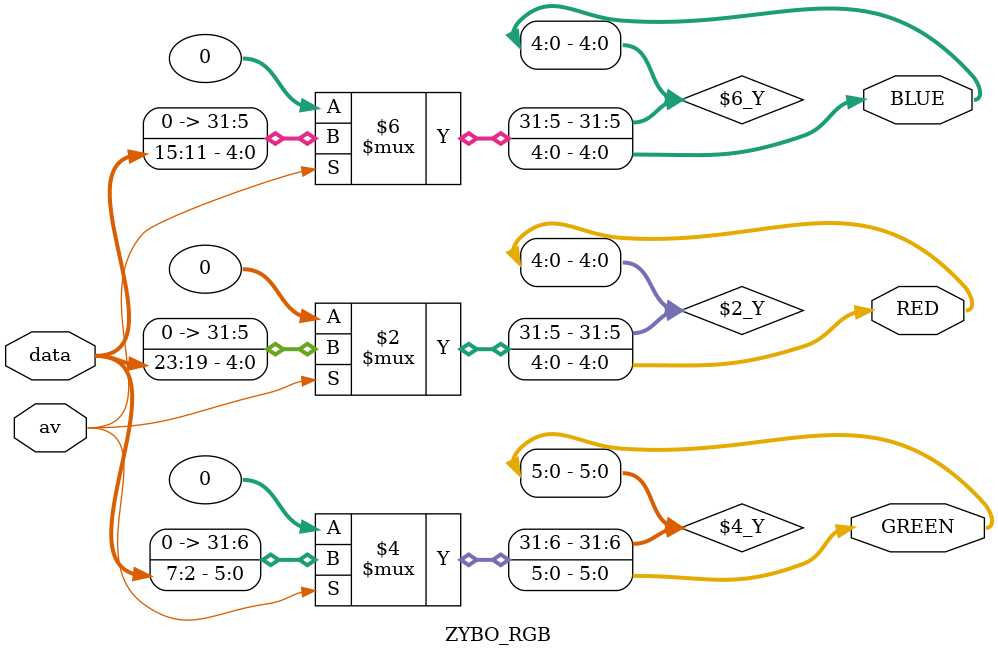
<source format=v>
`timescale 1 ns / 1 ps


module  ZYBO_RGB
   (
   av,
   data,
   //hb,  
   //vb,
   //hs,   
   //vs,
   RED,
   GREEN,
   BLUE
   );
	
	input av;
	input [23:0] data;
	//input hb;	
	//input vb;
	//input hs;
	//input vs;


	output [4:0] RED;
	output [5:0] GREEN;
	output [4:0] BLUE;
	
	assign RED 		= av ? data[23:19] 	: 0;
	assign GREEN 	= av ? data[7:2] 	: 0;
	assign BLUE 	= av ? data[15:11] 	: 0;	
  
endmodule

</source>
